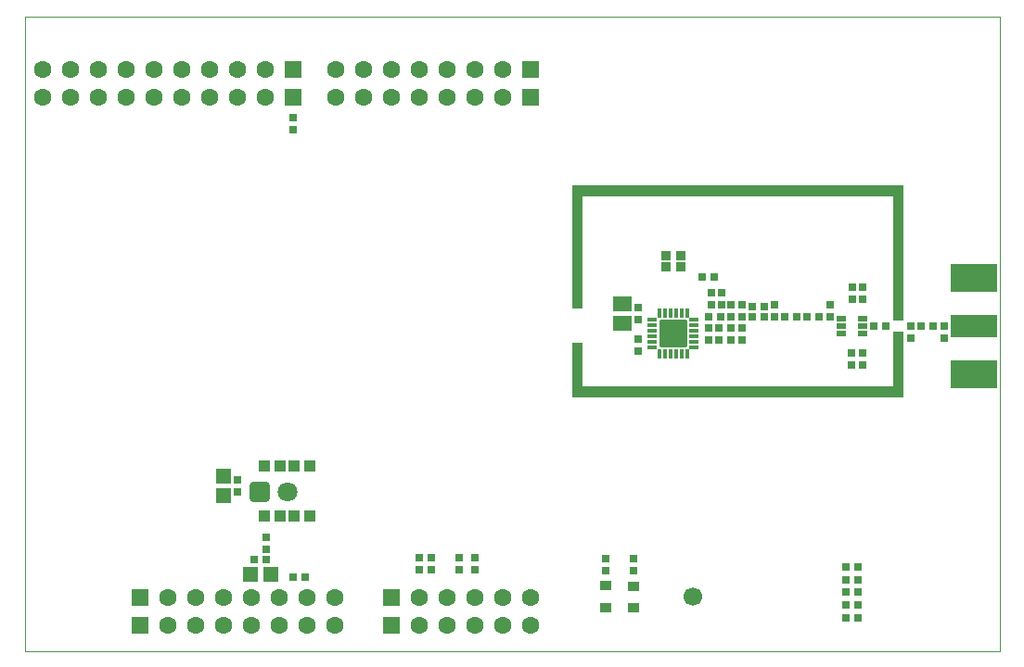
<source format=gts>
G04 Layer_Color=8388736*
%FSAX43Y43*%
%MOMM*%
G71*
G01*
G75*
%ADD32C,0.050*%
%ADD36C,1.700*%
%ADD37C,1.600*%
%ADD46R,0.750X0.750*%
%ADD47R,0.750X0.750*%
%ADD48R,1.400X1.400*%
%ADD49R,1.700X1.400*%
%ADD50R,1.000X1.000*%
%ADD51R,1.400X1.400*%
%ADD52R,1.100X0.900*%
%ADD53R,0.950X0.500*%
%ADD54R,4.300X2.005*%
G04:AMPARAMS|DCode=55|XSize=2.5mm|YSize=2.5mm|CornerRadius=0.11mm|HoleSize=0mm|Usage=FLASHONLY|Rotation=270.000|XOffset=0mm|YOffset=0mm|HoleType=Round|Shape=RoundedRectangle|*
%AMROUNDEDRECTD55*
21,1,2.500,2.280,0,0,270.0*
21,1,2.280,2.500,0,0,270.0*
1,1,0.220,-1.140,-1.140*
1,1,0.220,-1.140,1.140*
1,1,0.220,1.140,1.140*
1,1,0.220,1.140,-1.140*
%
%ADD55ROUNDEDRECTD55*%
%ADD56O,0.400X0.900*%
%ADD57O,0.900X0.400*%
%ADD58R,0.950X0.850*%
%ADD59R,0.600X0.600*%
%ADD60R,1.600X1.600*%
G04:AMPARAMS|DCode=61|XSize=1.8mm|YSize=1.8mm|CornerRadius=0.22mm|HoleSize=0mm|Usage=FLASHONLY|Rotation=0.000|XOffset=0mm|YOffset=0mm|HoleType=Round|Shape=RoundedRectangle|*
%AMROUNDEDRECTD61*
21,1,1.800,1.360,0,0,0.0*
21,1,1.360,1.800,0,0,0.0*
1,1,0.440,0.680,-0.680*
1,1,0.440,-0.680,-0.680*
1,1,0.440,-0.680,0.680*
1,1,0.440,0.680,0.680*
%
%ADD61ROUNDEDRECTD61*%
%ADD62C,1.800*%
%ADD63R,4.300X2.513*%
G36*
X0080250Y0024150D02*
X0080250D01*
Y0023150D01*
X0049950D01*
Y0028150D01*
X0050950D01*
Y0024150D01*
X0079250D01*
Y0029150D01*
X0080250D01*
Y0024150D01*
D02*
G37*
G36*
X0080250Y0042550D02*
Y0041550D01*
Y0030200D01*
X0079250D01*
Y0041550D01*
X0050950D01*
Y0031250D01*
X0049950D01*
Y0041550D01*
Y0042550D01*
Y0042550D01*
X0050950D01*
Y0042550D01*
X0079250D01*
Y0042550D01*
X0080250D01*
Y0042550D01*
D02*
G37*
D32*
X0000000Y0000000D02*
Y0058000D01*
Y0000000D02*
X0089000D01*
Y0058000D01*
X0000000D02*
X0089000D01*
D36*
X0061000Y0005000D02*
D03*
D37*
X0028420Y0050610D02*
D03*
X0030960D02*
D03*
X0033500D02*
D03*
X0036040D02*
D03*
X0038580D02*
D03*
X0041120D02*
D03*
X0043660D02*
D03*
X0021960D02*
D03*
X0016880D02*
D03*
X0014340D02*
D03*
X0011800D02*
D03*
X0009260D02*
D03*
X0006720D02*
D03*
X0004180D02*
D03*
X0001640D02*
D03*
X0019420D02*
D03*
X0036040Y0002350D02*
D03*
X0038580D02*
D03*
X0041120D02*
D03*
X0043660D02*
D03*
X0046200D02*
D03*
X0028280D02*
D03*
X0025740D02*
D03*
X0023200D02*
D03*
X0020660D02*
D03*
X0018120D02*
D03*
X0015580D02*
D03*
X0013040D02*
D03*
X0036040Y0004890D02*
D03*
X0038580D02*
D03*
X0041120D02*
D03*
X0043660D02*
D03*
X0046200D02*
D03*
X0013040D02*
D03*
X0015580D02*
D03*
X0018120D02*
D03*
X0020660D02*
D03*
X0023200D02*
D03*
X0025740D02*
D03*
X0028280D02*
D03*
X0019420Y0053150D02*
D03*
X0001640D02*
D03*
X0004180D02*
D03*
X0006720D02*
D03*
X0009260D02*
D03*
X0011800D02*
D03*
X0014340D02*
D03*
X0016880D02*
D03*
X0021960D02*
D03*
X0043660D02*
D03*
X0041120D02*
D03*
X0038580D02*
D03*
X0036040D02*
D03*
X0033500D02*
D03*
X0030960D02*
D03*
X0028420D02*
D03*
D46*
X0041100Y0008550D02*
D03*
Y0007450D02*
D03*
X0039650Y0008550D02*
D03*
Y0007450D02*
D03*
X0036000Y0008550D02*
D03*
Y0007450D02*
D03*
X0037100D02*
D03*
Y0008550D02*
D03*
X0075500Y0026150D02*
D03*
Y0027250D02*
D03*
X0076450Y0027250D02*
D03*
Y0026150D02*
D03*
X0062450Y0029550D02*
D03*
Y0028450D02*
D03*
X0019420Y0014550D02*
D03*
Y0015650D02*
D03*
X0056000Y0028500D02*
D03*
Y0027400D02*
D03*
Y0030300D02*
D03*
Y0031400D02*
D03*
X0076450Y0033200D02*
D03*
Y0032100D02*
D03*
X0063600Y0032700D02*
D03*
Y0031600D02*
D03*
X0075550Y0033200D02*
D03*
Y0032100D02*
D03*
X0064500Y0031600D02*
D03*
Y0030500D02*
D03*
X0062700Y0031600D02*
D03*
Y0032700D02*
D03*
X0083900Y0028575D02*
D03*
Y0029675D02*
D03*
X0080900D02*
D03*
Y0028575D02*
D03*
X0065450Y0030500D02*
D03*
Y0031600D02*
D03*
X0068450Y0030500D02*
D03*
Y0031600D02*
D03*
X0055600Y0008421D02*
D03*
Y0007321D02*
D03*
X0053050D02*
D03*
Y0008421D02*
D03*
X0024500Y0048700D02*
D03*
Y0047600D02*
D03*
X0073550Y0030500D02*
D03*
Y0031600D02*
D03*
X0065450Y0028450D02*
D03*
Y0029550D02*
D03*
X0022050Y0009300D02*
D03*
Y0010400D02*
D03*
D47*
X0074950Y0005350D02*
D03*
X0076050D02*
D03*
X0071450Y0030500D02*
D03*
X0072550D02*
D03*
X0082950Y0029675D02*
D03*
X0081850D02*
D03*
X0062450Y0030500D02*
D03*
X0063550D02*
D03*
X0061875Y0034200D02*
D03*
X0062975D02*
D03*
X0025600Y0006750D02*
D03*
X0024500D02*
D03*
X0066400Y0030500D02*
D03*
X0067500D02*
D03*
X0078600Y0029675D02*
D03*
X0077500D02*
D03*
X0070500Y0030500D02*
D03*
X0069400D02*
D03*
X0067500Y0031450D02*
D03*
X0066400D02*
D03*
X0063400Y0029550D02*
D03*
X0064500D02*
D03*
Y0028450D02*
D03*
X0063400D02*
D03*
X0020950Y0008350D02*
D03*
X0022050D02*
D03*
X0076050Y0003050D02*
D03*
X0074950D02*
D03*
Y0004200D02*
D03*
X0076050D02*
D03*
X0074950Y0006500D02*
D03*
X0076050D02*
D03*
X0074950Y0007650D02*
D03*
X0076050D02*
D03*
D48*
X0020650Y0007000D02*
D03*
X0022450D02*
D03*
D49*
X0054550Y0031700D02*
D03*
Y0029900D02*
D03*
D50*
X0026050Y0016900D02*
D03*
X0024550D02*
D03*
X0026050Y0012350D02*
D03*
X0024550D02*
D03*
X0023350Y0016900D02*
D03*
X0021850D02*
D03*
X0023350Y0012350D02*
D03*
X0021850D02*
D03*
D51*
X0018120Y0016000D02*
D03*
Y0014200D02*
D03*
D52*
X0053050Y0003971D02*
D03*
Y0005971D02*
D03*
X0055600Y0005921D02*
D03*
Y0003921D02*
D03*
D53*
X0076475Y0030325D02*
D03*
Y0029675D02*
D03*
Y0029025D02*
D03*
X0074575D02*
D03*
Y0029675D02*
D03*
Y0030325D02*
D03*
D54*
X0086650Y0029675D02*
D03*
D55*
X0059200Y0029000D02*
D03*
D56*
X0060450Y0030900D02*
D03*
X0059950D02*
D03*
X0059450D02*
D03*
X0058950D02*
D03*
X0058450D02*
D03*
X0057950D02*
D03*
Y0027100D02*
D03*
X0058450D02*
D03*
X0058950D02*
D03*
X0059450D02*
D03*
X0059950D02*
D03*
X0060450D02*
D03*
D57*
X0057300Y0030250D02*
D03*
Y0029750D02*
D03*
Y0029250D02*
D03*
Y0028750D02*
D03*
Y0028250D02*
D03*
Y0027750D02*
D03*
X0061100D02*
D03*
Y0028250D02*
D03*
Y0028750D02*
D03*
Y0029250D02*
D03*
Y0029750D02*
D03*
Y0030250D02*
D03*
D58*
X0058525Y0036150D02*
D03*
Y0035100D02*
D03*
X0059875Y0036150D02*
D03*
Y0035100D02*
D03*
D59*
X0050350Y0023550D02*
D03*
D60*
X0046200Y0050610D02*
D03*
X0024500D02*
D03*
X0033500Y0002350D02*
D03*
X0010500D02*
D03*
X0033500Y0004890D02*
D03*
X0010500D02*
D03*
X0024500Y0053150D02*
D03*
X0046200D02*
D03*
D61*
X0021450Y0014550D02*
D03*
D62*
X0023990D02*
D03*
D63*
X0086650Y0025295D02*
D03*
Y0034055D02*
D03*
M02*

</source>
